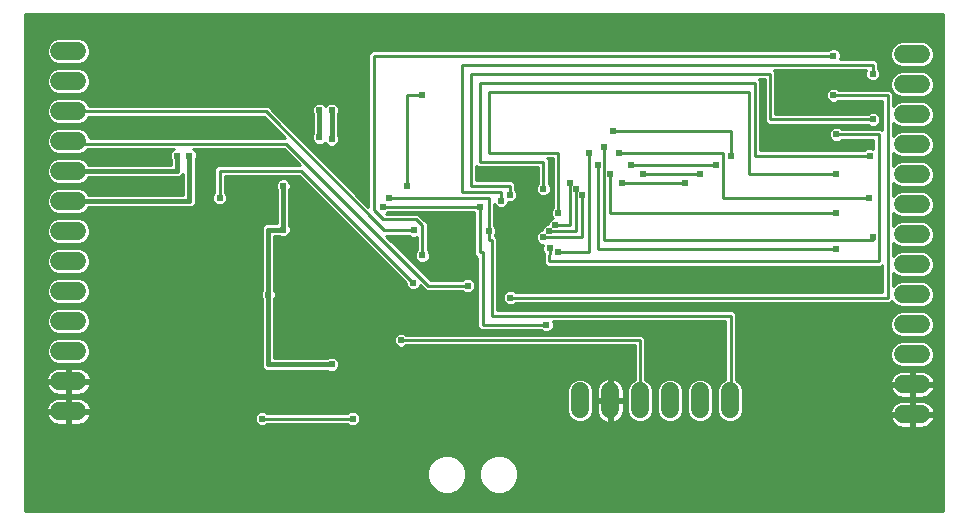
<source format=gbl>
G75*
G70*
%OFA0B0*%
%FSLAX24Y24*%
%IPPOS*%
%LPD*%
%AMOC8*
5,1,8,0,0,1.08239X$1,22.5*
%
%ADD10C,0.0600*%
%ADD11C,0.0100*%
%ADD12C,0.0239*%
%ADD13C,0.0160*%
D10*
X002200Y004452D02*
X002800Y004452D01*
X002800Y005452D02*
X002200Y005452D01*
X002200Y006452D02*
X002800Y006452D01*
X002800Y007452D02*
X002200Y007452D01*
X002200Y008452D02*
X002800Y008452D01*
X002800Y009452D02*
X002200Y009452D01*
X002200Y010452D02*
X002800Y010452D01*
X002800Y011452D02*
X002200Y011452D01*
X002200Y012452D02*
X002800Y012452D01*
X002800Y013452D02*
X002200Y013452D01*
X002200Y014452D02*
X002800Y014452D01*
X002800Y015452D02*
X002200Y015452D01*
X002200Y016452D02*
X002800Y016452D01*
X019552Y005108D02*
X019552Y004508D01*
X020552Y004508D02*
X020552Y005108D01*
X021552Y005108D02*
X021552Y004508D01*
X022552Y004508D02*
X022552Y005108D01*
X023552Y005108D02*
X023552Y004508D01*
X024552Y004508D02*
X024552Y005108D01*
X030319Y005351D02*
X030919Y005351D01*
X030919Y006351D02*
X030319Y006351D01*
X030319Y007351D02*
X030919Y007351D01*
X030919Y008351D02*
X030319Y008351D01*
X030319Y009351D02*
X030919Y009351D01*
X030919Y010351D02*
X030319Y010351D01*
X030319Y011351D02*
X030919Y011351D01*
X030919Y012351D02*
X030319Y012351D01*
X030319Y013351D02*
X030919Y013351D01*
X030919Y014351D02*
X030319Y014351D01*
X030319Y015351D02*
X030919Y015351D01*
X030919Y016351D02*
X030319Y016351D01*
X030319Y004351D02*
X030919Y004351D01*
D11*
X001035Y001125D02*
X001035Y017699D01*
X031643Y017699D01*
X031643Y001125D01*
X001035Y001125D01*
X001035Y001164D02*
X031643Y001164D01*
X031643Y001262D02*
X001035Y001262D01*
X001035Y001361D02*
X031643Y001361D01*
X031643Y001459D02*
X001035Y001459D01*
X001035Y001558D02*
X031643Y001558D01*
X031643Y001656D02*
X001035Y001656D01*
X001035Y001755D02*
X014849Y001755D01*
X014741Y001799D02*
X014979Y001701D01*
X015236Y001701D01*
X015474Y001799D01*
X015656Y001981D01*
X015754Y002219D01*
X015754Y002476D01*
X015656Y002714D01*
X015474Y002896D01*
X015236Y002995D01*
X014979Y002995D01*
X014741Y002896D01*
X014559Y002714D01*
X014461Y002476D01*
X014461Y002219D01*
X014559Y001981D01*
X014741Y001799D01*
X014687Y001853D02*
X001035Y001853D01*
X001035Y001952D02*
X014588Y001952D01*
X014530Y002050D02*
X001035Y002050D01*
X001035Y002149D02*
X014490Y002149D01*
X014461Y002247D02*
X001035Y002247D01*
X001035Y002346D02*
X014461Y002346D01*
X014461Y002445D02*
X001035Y002445D01*
X001035Y002543D02*
X014488Y002543D01*
X014529Y002642D02*
X001035Y002642D01*
X001035Y002740D02*
X014585Y002740D01*
X014684Y002839D02*
X001035Y002839D01*
X001035Y002937D02*
X014841Y002937D01*
X015374Y002937D02*
X016573Y002937D01*
X016473Y002896D02*
X016291Y002714D01*
X016193Y002476D01*
X016193Y002219D01*
X016291Y001981D01*
X016473Y001799D01*
X016711Y001701D01*
X016968Y001701D01*
X017206Y001799D01*
X017388Y001981D01*
X017486Y002219D01*
X017486Y002476D01*
X017388Y002714D01*
X017206Y002896D01*
X016968Y002995D01*
X016711Y002995D01*
X016473Y002896D01*
X016416Y002839D02*
X015531Y002839D01*
X015630Y002740D02*
X016317Y002740D01*
X016261Y002642D02*
X015686Y002642D01*
X015727Y002543D02*
X016221Y002543D01*
X016193Y002445D02*
X015754Y002445D01*
X015754Y002346D02*
X016193Y002346D01*
X016193Y002247D02*
X015754Y002247D01*
X015725Y002149D02*
X016222Y002149D01*
X016263Y002050D02*
X015684Y002050D01*
X015626Y001952D02*
X016321Y001952D01*
X016419Y001853D02*
X015528Y001853D01*
X015366Y001755D02*
X016581Y001755D01*
X017098Y001755D02*
X031643Y001755D01*
X031643Y001853D02*
X017260Y001853D01*
X017359Y001952D02*
X031643Y001952D01*
X031643Y002050D02*
X017417Y002050D01*
X017457Y002149D02*
X031643Y002149D01*
X031643Y002247D02*
X017486Y002247D01*
X017486Y002346D02*
X031643Y002346D01*
X031643Y002445D02*
X017486Y002445D01*
X017459Y002543D02*
X031643Y002543D01*
X031643Y002642D02*
X017418Y002642D01*
X017362Y002740D02*
X031643Y002740D01*
X031643Y002839D02*
X017263Y002839D01*
X017107Y002937D02*
X031643Y002937D01*
X031643Y003036D02*
X001035Y003036D01*
X001035Y003134D02*
X031643Y003134D01*
X031643Y003233D02*
X001035Y003233D01*
X001035Y003331D02*
X031643Y003331D01*
X031643Y003430D02*
X001035Y003430D01*
X001035Y003529D02*
X031643Y003529D01*
X031643Y003627D02*
X001035Y003627D01*
X001035Y003726D02*
X031643Y003726D01*
X031643Y003824D02*
X001035Y003824D01*
X001035Y003923D02*
X030181Y003923D01*
X030214Y003912D02*
X030284Y003901D01*
X030569Y003901D01*
X030569Y004301D01*
X029871Y004301D01*
X029880Y004245D01*
X029902Y004178D01*
X029934Y004115D01*
X029976Y004058D01*
X030026Y004008D01*
X030083Y003966D01*
X030146Y003934D01*
X030214Y003912D01*
X030012Y004021D02*
X012145Y004021D01*
X012115Y003991D02*
X012185Y004062D01*
X012223Y004153D01*
X012223Y004252D01*
X012185Y004344D01*
X012115Y004414D01*
X012023Y004452D01*
X011924Y004452D01*
X011832Y004414D01*
X011801Y004383D01*
X009123Y004383D01*
X009091Y004414D01*
X009000Y004452D01*
X008900Y004452D01*
X008809Y004414D01*
X008739Y004344D01*
X008701Y004252D01*
X008701Y004153D01*
X008739Y004062D01*
X008809Y003991D01*
X008900Y003953D01*
X009000Y003953D01*
X009091Y003991D01*
X009123Y004023D01*
X011801Y004023D01*
X011832Y003991D01*
X011924Y003953D01*
X012023Y003953D01*
X012115Y003991D01*
X012209Y004120D02*
X019365Y004120D01*
X019309Y004143D02*
X019467Y004078D01*
X019638Y004078D01*
X019796Y004143D01*
X019917Y004264D01*
X019982Y004422D01*
X019982Y005193D01*
X019917Y005351D01*
X019796Y005472D01*
X019638Y005538D01*
X019467Y005538D01*
X019309Y005472D01*
X019188Y005351D01*
X019122Y005193D01*
X019122Y004422D01*
X019188Y004264D01*
X019309Y004143D01*
X019233Y004218D02*
X012223Y004218D01*
X012196Y004317D02*
X019166Y004317D01*
X019125Y004415D02*
X012112Y004415D01*
X011974Y004203D02*
X008950Y004203D01*
X009121Y004021D02*
X011802Y004021D01*
X011835Y004415D02*
X009088Y004415D01*
X008812Y004415D02*
X002550Y004415D01*
X002550Y004402D02*
X002550Y004502D01*
X003247Y004502D01*
X003238Y004557D01*
X003217Y004624D01*
X003184Y004687D01*
X003143Y004745D01*
X003093Y004795D01*
X003035Y004836D01*
X002972Y004869D01*
X002905Y004891D01*
X002835Y004902D01*
X002549Y004902D01*
X002549Y004502D01*
X002450Y004502D01*
X002450Y004902D01*
X002164Y004902D01*
X002094Y004891D01*
X002027Y004869D01*
X001964Y004836D01*
X001906Y004795D01*
X001856Y004745D01*
X001815Y004687D01*
X001782Y004624D01*
X001761Y004557D01*
X001752Y004502D01*
X002449Y004502D01*
X002449Y004402D01*
X001752Y004402D01*
X001761Y004346D01*
X001782Y004279D01*
X001815Y004216D01*
X001856Y004159D01*
X001906Y004108D01*
X001964Y004067D01*
X002027Y004035D01*
X002094Y004013D01*
X002164Y004002D01*
X002450Y004002D01*
X002450Y004401D01*
X002549Y004401D01*
X002549Y004002D01*
X002835Y004002D01*
X002905Y004013D01*
X002972Y004035D01*
X003035Y004067D01*
X003093Y004108D01*
X003143Y004159D01*
X003184Y004216D01*
X003217Y004279D01*
X003238Y004346D01*
X003247Y004402D01*
X002550Y004402D01*
X002549Y004317D02*
X002450Y004317D01*
X002449Y004415D02*
X001035Y004415D01*
X001035Y004317D02*
X001770Y004317D01*
X001813Y004218D02*
X001035Y004218D01*
X001035Y004120D02*
X001895Y004120D01*
X002068Y004021D02*
X001035Y004021D01*
X001035Y004514D02*
X001754Y004514D01*
X001779Y004613D02*
X001035Y004613D01*
X001035Y004711D02*
X001832Y004711D01*
X001927Y004810D02*
X001035Y004810D01*
X001035Y004908D02*
X019122Y004908D01*
X019122Y004810D02*
X003072Y004810D01*
X003167Y004711D02*
X019122Y004711D01*
X019122Y004613D02*
X003220Y004613D01*
X003245Y004514D02*
X019122Y004514D01*
X019740Y004120D02*
X020322Y004120D01*
X020316Y004123D02*
X020380Y004091D01*
X020447Y004069D01*
X020502Y004060D01*
X020502Y004757D01*
X020602Y004757D01*
X020602Y004060D01*
X020658Y004069D01*
X020725Y004091D01*
X020788Y004123D01*
X020845Y004164D01*
X020896Y004214D01*
X020937Y004272D01*
X020969Y004335D01*
X020991Y004402D01*
X021002Y004472D01*
X021002Y004758D01*
X020602Y004758D01*
X020602Y004857D01*
X021002Y004857D01*
X021002Y005143D01*
X020991Y005213D01*
X020969Y005280D01*
X020937Y005343D01*
X020896Y005401D01*
X020845Y005451D01*
X020788Y005492D01*
X020725Y005525D01*
X020658Y005546D01*
X020602Y005555D01*
X020602Y004858D01*
X020502Y004858D01*
X020502Y005555D01*
X020447Y005546D01*
X020380Y005525D01*
X020316Y005492D01*
X020259Y005451D01*
X020209Y005401D01*
X019867Y005401D01*
X019937Y005302D02*
X020146Y005302D01*
X020135Y005280D02*
X020113Y005213D01*
X020102Y005143D01*
X020102Y004857D01*
X020502Y004857D01*
X020502Y004758D01*
X020102Y004758D01*
X020102Y004472D01*
X020113Y004402D01*
X020135Y004335D01*
X020167Y004272D01*
X020209Y004214D01*
X020259Y004164D01*
X020316Y004123D01*
X020206Y004218D02*
X019871Y004218D01*
X019939Y004317D02*
X020144Y004317D01*
X020111Y004415D02*
X019979Y004415D01*
X019982Y004514D02*
X020102Y004514D01*
X020102Y004613D02*
X019982Y004613D01*
X019982Y004711D02*
X020102Y004711D01*
X019982Y004810D02*
X020502Y004810D01*
X020502Y004908D02*
X020602Y004908D01*
X020602Y004810D02*
X021122Y004810D01*
X021122Y004908D02*
X021002Y004908D01*
X021002Y005007D02*
X021122Y005007D01*
X021122Y005105D02*
X021002Y005105D01*
X020993Y005204D02*
X021127Y005204D01*
X021122Y005193D02*
X021122Y004422D01*
X021188Y004264D01*
X021309Y004143D01*
X021467Y004078D01*
X021638Y004078D01*
X021796Y004143D01*
X021917Y004264D01*
X021982Y004422D01*
X021982Y005193D01*
X021917Y005351D01*
X021796Y005472D01*
X021732Y005498D01*
X021732Y006898D01*
X021627Y007003D01*
X021478Y007003D01*
X013759Y007003D01*
X013727Y007035D01*
X013636Y007073D01*
X013536Y007073D01*
X013445Y007035D01*
X013375Y006965D01*
X013337Y006873D01*
X013337Y006774D01*
X013375Y006682D01*
X009361Y006682D01*
X009361Y006780D02*
X013337Y006780D01*
X013339Y006879D02*
X009361Y006879D01*
X009361Y006978D02*
X013388Y006978D01*
X013586Y006823D02*
X021552Y006823D01*
X021552Y004808D01*
X021982Y004810D02*
X022122Y004810D01*
X022122Y004908D02*
X021982Y004908D01*
X021982Y005007D02*
X022122Y005007D01*
X022122Y005105D02*
X021982Y005105D01*
X021978Y005204D02*
X022127Y005204D01*
X022122Y005193D02*
X022122Y004422D01*
X022188Y004264D01*
X022309Y004143D01*
X022467Y004078D01*
X022638Y004078D01*
X022796Y004143D01*
X022917Y004264D01*
X022982Y004422D01*
X022982Y005193D01*
X022917Y005351D01*
X022796Y005472D01*
X022638Y005538D01*
X022467Y005538D01*
X022309Y005472D01*
X022188Y005351D01*
X022122Y005193D01*
X022168Y005302D02*
X021937Y005302D01*
X021867Y005401D02*
X022238Y005401D01*
X022375Y005499D02*
X021732Y005499D01*
X021732Y005598D02*
X024392Y005598D01*
X024392Y005507D02*
X024309Y005472D01*
X024188Y005351D01*
X024122Y005193D01*
X024122Y004422D01*
X024188Y004264D01*
X024309Y004143D01*
X024467Y004078D01*
X024638Y004078D01*
X024796Y004143D01*
X024917Y004264D01*
X024982Y004422D01*
X024982Y005193D01*
X024917Y005351D01*
X024796Y005472D01*
X024752Y005490D01*
X024752Y007555D01*
X024752Y007704D01*
X024646Y007810D01*
X016790Y007810D01*
X016790Y010075D01*
X016790Y010224D01*
X016712Y010302D01*
X016720Y010310D01*
X016758Y010402D01*
X016758Y010501D01*
X016720Y010593D01*
X016689Y010624D01*
X016689Y011347D01*
X016701Y011318D01*
X016771Y011248D01*
X016862Y011210D01*
X016962Y011210D01*
X017053Y011248D01*
X017124Y011318D01*
X017161Y011410D01*
X017161Y011413D01*
X017165Y011412D01*
X017264Y011412D01*
X017356Y011450D01*
X017426Y011520D01*
X017464Y011611D01*
X017464Y011711D01*
X017426Y011802D01*
X017394Y011834D01*
X017394Y012038D01*
X017289Y012143D01*
X017140Y012143D01*
X016084Y012143D01*
X016084Y012638D01*
X016132Y012590D01*
X018143Y012590D01*
X018143Y012035D01*
X018112Y012004D01*
X018074Y011912D01*
X018074Y011813D01*
X018112Y011721D01*
X018182Y011651D01*
X018274Y011613D01*
X018373Y011613D01*
X018464Y011651D01*
X018535Y011721D01*
X018572Y011813D01*
X018572Y011912D01*
X018535Y012004D01*
X018503Y012035D01*
X018503Y012695D01*
X018503Y012844D01*
X018455Y012892D01*
X018647Y012892D01*
X018647Y011229D01*
X018616Y011198D01*
X018578Y011106D01*
X018578Y011007D01*
X018616Y010915D01*
X018642Y010888D01*
X018585Y010865D01*
X018515Y010794D01*
X018477Y010703D01*
X018477Y010701D01*
X018475Y010701D01*
X018383Y010663D01*
X018313Y010593D01*
X018275Y010501D01*
X018275Y010499D01*
X018274Y010499D01*
X018182Y010461D01*
X018112Y010391D01*
X018074Y010300D01*
X018074Y010200D01*
X018112Y010109D01*
X018182Y010039D01*
X018274Y010001D01*
X018316Y010001D01*
X018288Y009934D01*
X018288Y009835D01*
X018326Y009743D01*
X018352Y009717D01*
X018347Y009520D01*
X018345Y009518D01*
X018345Y009446D01*
X018343Y009374D01*
X018345Y009372D01*
X018345Y009369D01*
X018396Y009318D01*
X018445Y009266D01*
X018448Y009266D01*
X018450Y009264D01*
X018522Y009264D01*
X018594Y009262D01*
X018596Y009264D01*
X029585Y009264D01*
X029633Y009312D01*
X029633Y008414D01*
X017400Y008414D01*
X017368Y008446D01*
X017277Y008484D01*
X017177Y008484D01*
X017086Y008446D01*
X017016Y008376D01*
X016978Y008284D01*
X016978Y008185D01*
X017016Y008093D01*
X017086Y008023D01*
X017177Y007985D01*
X017277Y007985D01*
X017368Y008023D01*
X017400Y008054D01*
X029887Y008054D01*
X029951Y008117D01*
X029955Y008107D01*
X030076Y007986D01*
X030234Y007921D01*
X031005Y007921D01*
X031163Y007986D01*
X031284Y008107D01*
X031349Y008265D01*
X031349Y008436D01*
X031284Y008594D01*
X031163Y008715D01*
X031005Y008781D01*
X030234Y008781D01*
X030076Y008715D01*
X029993Y008633D01*
X029993Y009069D01*
X030076Y008986D01*
X030234Y008921D01*
X031005Y008921D01*
X031163Y008986D01*
X031284Y009107D01*
X031349Y009265D01*
X031349Y009436D01*
X031284Y009594D01*
X031163Y009715D01*
X031005Y009781D01*
X030234Y009781D01*
X030076Y009715D01*
X029993Y009633D01*
X029993Y010069D01*
X030076Y009986D01*
X030234Y009921D01*
X031005Y009921D01*
X031163Y009986D01*
X031284Y010107D01*
X031349Y010265D01*
X031349Y010436D01*
X031284Y010594D01*
X031163Y010715D01*
X031005Y010781D01*
X030234Y010781D01*
X030076Y010715D01*
X029993Y010633D01*
X029993Y011069D01*
X030076Y010986D01*
X030234Y010921D01*
X031005Y010921D01*
X031163Y010986D01*
X031284Y011107D01*
X031349Y011265D01*
X031349Y011436D01*
X031284Y011594D01*
X031163Y011715D01*
X031005Y011781D01*
X030234Y011781D01*
X030076Y011715D01*
X029993Y011633D01*
X029993Y012069D01*
X030076Y011986D01*
X030234Y011921D01*
X031005Y011921D01*
X031163Y011986D01*
X031284Y012107D01*
X031349Y012265D01*
X031349Y012436D01*
X031284Y012594D01*
X031163Y012715D01*
X031005Y012781D01*
X030234Y012781D01*
X030076Y012715D01*
X029993Y012633D01*
X029993Y013069D01*
X030076Y012986D01*
X030234Y012921D01*
X031005Y012921D01*
X031163Y012986D01*
X031284Y013107D01*
X031349Y013265D01*
X031349Y013436D01*
X031284Y013594D01*
X031163Y013715D01*
X031005Y013781D01*
X030234Y013781D01*
X030076Y013715D01*
X029993Y013633D01*
X029993Y014069D01*
X030076Y013986D01*
X030234Y013921D01*
X031005Y013921D01*
X031163Y013986D01*
X031284Y014107D01*
X031349Y014265D01*
X031349Y014436D01*
X031284Y014594D01*
X031163Y014715D01*
X031005Y014781D01*
X030234Y014781D01*
X030076Y014715D01*
X029993Y014633D01*
X029993Y015062D01*
X029887Y015167D01*
X029738Y015167D01*
X028171Y015167D01*
X028140Y015198D01*
X028048Y015236D01*
X027949Y015236D01*
X027857Y015198D01*
X027787Y015128D01*
X027749Y015037D01*
X027749Y014937D01*
X027787Y014846D01*
X027857Y014776D01*
X027949Y014738D01*
X028048Y014738D01*
X028140Y014776D01*
X028171Y014807D01*
X029633Y014807D01*
X029633Y013809D01*
X029585Y013857D01*
X029436Y013857D01*
X028272Y013857D01*
X028241Y013888D01*
X028149Y013926D01*
X028050Y013926D01*
X027958Y013888D01*
X027888Y013818D01*
X027850Y013726D01*
X027850Y013627D01*
X027888Y013536D01*
X027958Y013465D01*
X028050Y013427D01*
X028149Y013427D01*
X028241Y013465D01*
X028272Y013497D01*
X029331Y013497D01*
X029331Y013191D01*
X029258Y013221D01*
X029159Y013221D01*
X029067Y013183D01*
X029036Y013151D01*
X025558Y013151D01*
X025558Y015316D01*
X025558Y015465D01*
X025510Y015513D01*
X025702Y015513D01*
X025702Y014106D01*
X025808Y014001D01*
X025957Y014001D01*
X029136Y014001D01*
X029168Y013969D01*
X029259Y013931D01*
X029359Y013931D01*
X029450Y013969D01*
X029520Y014040D01*
X029558Y014131D01*
X029558Y014230D01*
X029520Y014322D01*
X029450Y014392D01*
X029359Y014430D01*
X029259Y014430D01*
X029168Y014392D01*
X029136Y014361D01*
X026062Y014361D01*
X026062Y015618D01*
X026062Y015767D01*
X026014Y015815D01*
X029090Y015815D01*
X029060Y015742D01*
X029060Y015643D01*
X029098Y015551D01*
X026062Y015551D01*
X026062Y015649D02*
X029060Y015649D01*
X029062Y015748D02*
X026062Y015748D01*
X025882Y015693D02*
X015904Y015693D01*
X015904Y011963D01*
X017214Y011963D01*
X017214Y011661D01*
X017417Y011511D02*
X018647Y011511D01*
X018647Y011609D02*
X017463Y011609D01*
X017464Y011708D02*
X018126Y011708D01*
X018077Y011806D02*
X017422Y011806D01*
X017394Y011905D02*
X018074Y011905D01*
X018111Y012003D02*
X017394Y012003D01*
X017331Y012102D02*
X018143Y012102D01*
X018143Y012200D02*
X016084Y012200D01*
X016084Y012299D02*
X018143Y012299D01*
X018143Y012397D02*
X016084Y012397D01*
X016084Y012496D02*
X018143Y012496D01*
X018503Y012496D02*
X018647Y012496D01*
X018647Y012397D02*
X018503Y012397D01*
X018503Y012299D02*
X018647Y012299D01*
X018647Y012200D02*
X018503Y012200D01*
X018503Y012102D02*
X018647Y012102D01*
X018647Y012003D02*
X018535Y012003D01*
X018572Y011905D02*
X018647Y011905D01*
X018647Y011806D02*
X018570Y011806D01*
X018521Y011708D02*
X018647Y011708D01*
X018647Y011412D02*
X017265Y011412D01*
X017164Y011412D02*
X017161Y011412D01*
X017119Y011313D02*
X018647Y011313D01*
X018633Y011215D02*
X016973Y011215D01*
X016851Y011215D02*
X016689Y011215D01*
X016689Y011313D02*
X016706Y011313D01*
X016689Y011116D02*
X018582Y011116D01*
X018578Y011018D02*
X016689Y011018D01*
X016689Y010919D02*
X018614Y010919D01*
X018541Y010821D02*
X016689Y010821D01*
X016689Y010722D02*
X018485Y010722D01*
X018344Y010624D02*
X016690Y010624D01*
X016748Y010525D02*
X018285Y010525D01*
X018147Y010427D02*
X016758Y010427D01*
X016728Y010328D02*
X018086Y010328D01*
X018074Y010229D02*
X016784Y010229D01*
X016790Y010131D02*
X018103Y010131D01*
X018197Y010032D02*
X016790Y010032D01*
X016790Y009934D02*
X018288Y009934D01*
X018288Y009835D02*
X016790Y009835D01*
X016790Y009737D02*
X018332Y009737D01*
X018350Y009638D02*
X016790Y009638D01*
X016790Y009540D02*
X018347Y009540D01*
X018345Y009441D02*
X016790Y009441D01*
X016790Y009343D02*
X018371Y009343D01*
X018525Y009444D02*
X018537Y009884D01*
X018827Y009746D02*
X019835Y009746D01*
X019835Y013072D01*
X020339Y013274D02*
X020339Y010149D01*
X029309Y010149D01*
X029309Y010250D01*
X029993Y010032D02*
X030030Y010032D01*
X029993Y009934D02*
X030202Y009934D01*
X030127Y009737D02*
X029993Y009737D01*
X029993Y009835D02*
X031643Y009835D01*
X031643Y009737D02*
X031111Y009737D01*
X031240Y009638D02*
X031643Y009638D01*
X031643Y009540D02*
X031306Y009540D01*
X031347Y009441D02*
X031643Y009441D01*
X031643Y009343D02*
X031349Y009343D01*
X031340Y009244D02*
X031643Y009244D01*
X031643Y009146D02*
X031300Y009146D01*
X031223Y009047D02*
X031643Y009047D01*
X031643Y008948D02*
X031071Y008948D01*
X031076Y008751D02*
X031643Y008751D01*
X031643Y008653D02*
X031225Y008653D01*
X031300Y008554D02*
X031643Y008554D01*
X031643Y008456D02*
X031341Y008456D01*
X031349Y008357D02*
X031643Y008357D01*
X031643Y008259D02*
X031346Y008259D01*
X031306Y008160D02*
X031643Y008160D01*
X031643Y008062D02*
X031238Y008062D01*
X031106Y007963D02*
X031643Y007963D01*
X031643Y007864D02*
X016790Y007864D01*
X016790Y007963D02*
X030132Y007963D01*
X030000Y008062D02*
X029895Y008062D01*
X029813Y008234D02*
X017227Y008234D01*
X017047Y008062D02*
X016790Y008062D01*
X016790Y008160D02*
X016988Y008160D01*
X016978Y008259D02*
X016790Y008259D01*
X016790Y008357D02*
X017008Y008357D01*
X017110Y008456D02*
X016790Y008456D01*
X016790Y008554D02*
X029633Y008554D01*
X029633Y008456D02*
X017344Y008456D01*
X016790Y008653D02*
X029633Y008653D01*
X029633Y008751D02*
X016790Y008751D01*
X016790Y008850D02*
X029633Y008850D01*
X029633Y008948D02*
X016790Y008948D01*
X016790Y009047D02*
X029633Y009047D01*
X029633Y009146D02*
X016790Y009146D01*
X016790Y009244D02*
X029633Y009244D01*
X029511Y009444D02*
X018525Y009444D01*
X018323Y010250D02*
X019633Y010250D01*
X019633Y011661D01*
X019432Y011863D02*
X019432Y010452D01*
X018525Y010452D01*
X018726Y010653D02*
X019230Y010653D01*
X019230Y012064D01*
X018647Y012595D02*
X018503Y012595D01*
X018503Y012693D02*
X018647Y012693D01*
X018647Y012792D02*
X018503Y012792D01*
X018457Y012890D02*
X018647Y012890D01*
X018827Y013072D02*
X018827Y011056D01*
X018323Y011863D02*
X018323Y012770D01*
X016207Y012770D01*
X016207Y015390D01*
X025378Y015390D01*
X025378Y012971D01*
X029208Y012971D01*
X029074Y013186D02*
X025558Y013186D01*
X025558Y013284D02*
X029331Y013284D01*
X029331Y013383D02*
X025558Y013383D01*
X025558Y013481D02*
X027942Y013481D01*
X027870Y013580D02*
X025558Y013580D01*
X025558Y013679D02*
X027850Y013679D01*
X027871Y013777D02*
X025558Y013777D01*
X025558Y013876D02*
X027946Y013876D01*
X028253Y013876D02*
X029633Y013876D01*
X029633Y013974D02*
X029455Y013974D01*
X029534Y014073D02*
X029633Y014073D01*
X029633Y014171D02*
X029558Y014171D01*
X029542Y014270D02*
X029633Y014270D01*
X029633Y014368D02*
X029474Y014368D01*
X029633Y014467D02*
X026062Y014467D01*
X026062Y014565D02*
X029633Y014565D01*
X029633Y014664D02*
X026062Y014664D01*
X026062Y014762D02*
X027889Y014762D01*
X027781Y014861D02*
X026062Y014861D01*
X026062Y014960D02*
X027749Y014960D01*
X027758Y015058D02*
X026062Y015058D01*
X026062Y015157D02*
X027816Y015157D01*
X027999Y014987D02*
X029813Y014987D01*
X029813Y008234D01*
X029993Y008653D02*
X030013Y008653D01*
X029993Y008751D02*
X030163Y008751D01*
X029993Y008850D02*
X031643Y008850D01*
X030167Y008948D02*
X029993Y008948D01*
X029993Y009047D02*
X030015Y009047D01*
X029511Y009444D02*
X029511Y013677D01*
X028100Y013677D01*
X028257Y013481D02*
X029331Y013481D01*
X029993Y013679D02*
X030039Y013679D01*
X029993Y013777D02*
X030225Y013777D01*
X030105Y013974D02*
X029993Y013974D01*
X029993Y013876D02*
X031643Y013876D01*
X031643Y013974D02*
X031133Y013974D01*
X031249Y014073D02*
X031643Y014073D01*
X031643Y014171D02*
X031310Y014171D01*
X031349Y014270D02*
X031643Y014270D01*
X031643Y014368D02*
X031349Y014368D01*
X031337Y014467D02*
X031643Y014467D01*
X031643Y014565D02*
X031296Y014565D01*
X031214Y014664D02*
X031643Y014664D01*
X031643Y014762D02*
X031049Y014762D01*
X031005Y014921D02*
X031163Y014986D01*
X031284Y015107D01*
X031349Y015265D01*
X031349Y015436D01*
X031284Y015594D01*
X031163Y015715D01*
X031005Y015781D01*
X030234Y015781D01*
X030076Y015715D01*
X029955Y015594D01*
X029889Y015436D01*
X029889Y015265D01*
X029955Y015107D01*
X030076Y014986D01*
X030234Y014921D01*
X031005Y014921D01*
X031098Y014960D02*
X031643Y014960D01*
X031643Y015058D02*
X031235Y015058D01*
X031304Y015157D02*
X031643Y015157D01*
X031643Y015255D02*
X031345Y015255D01*
X031349Y015354D02*
X031643Y015354D01*
X031643Y015452D02*
X031343Y015452D01*
X031302Y015551D02*
X031643Y015551D01*
X031643Y015649D02*
X031229Y015649D01*
X031084Y015748D02*
X031643Y015748D01*
X031643Y015846D02*
X029508Y015846D01*
X029520Y015834D02*
X029489Y015865D01*
X029489Y016069D01*
X029384Y016175D01*
X029234Y016175D01*
X028218Y016175D01*
X028248Y016248D01*
X028248Y016347D01*
X028210Y016439D01*
X028140Y016509D01*
X028048Y016547D01*
X027949Y016547D01*
X027857Y016509D01*
X027826Y016477D01*
X012754Y016477D01*
X012604Y016477D01*
X012499Y016372D01*
X012499Y011268D01*
X009262Y014526D01*
X009262Y014526D01*
X009213Y014575D01*
X009157Y014631D01*
X009157Y014632D01*
X009083Y014632D01*
X009008Y014632D01*
X009008Y014632D01*
X003190Y014632D01*
X003164Y014695D01*
X003043Y014816D01*
X002885Y014882D01*
X002114Y014882D01*
X001956Y014816D01*
X001835Y014695D01*
X001770Y014537D01*
X001770Y014366D01*
X001835Y014208D01*
X001956Y014087D01*
X002114Y014022D01*
X002885Y014022D01*
X003043Y014087D01*
X003164Y014208D01*
X003190Y014272D01*
X009007Y014272D01*
X009720Y013554D01*
X003222Y013554D01*
X003164Y013695D01*
X003043Y013816D01*
X002885Y013882D01*
X002114Y013882D01*
X001956Y013816D01*
X001835Y013695D01*
X001770Y013537D01*
X001770Y013366D01*
X001835Y013208D01*
X001956Y013087D01*
X002114Y013022D01*
X002885Y013022D01*
X003043Y013087D01*
X003150Y013194D01*
X006015Y013194D01*
X005987Y013183D01*
X005916Y013113D01*
X005879Y013021D01*
X005879Y012922D01*
X005916Y012830D01*
X005918Y012829D01*
X005918Y012662D01*
X003178Y012662D01*
X003164Y012695D01*
X003043Y012816D01*
X002885Y012882D01*
X002114Y012882D01*
X001956Y012816D01*
X001835Y012695D01*
X001770Y012537D01*
X001770Y012366D01*
X001835Y012208D01*
X001956Y012087D01*
X002114Y012022D01*
X002885Y012022D01*
X003043Y012087D01*
X003164Y012208D01*
X003178Y012242D01*
X006041Y012242D01*
X006215Y012242D01*
X006321Y012348D01*
X006321Y011662D01*
X003178Y011662D01*
X003164Y011695D01*
X003043Y011816D01*
X002885Y011882D01*
X002114Y011882D01*
X001956Y011816D01*
X001835Y011695D01*
X001770Y011537D01*
X001770Y011366D01*
X001835Y011208D01*
X001956Y011087D01*
X002114Y011022D01*
X002885Y011022D01*
X003043Y011087D01*
X003164Y011208D01*
X003178Y011242D01*
X006444Y011242D01*
X006618Y011242D01*
X006741Y011365D01*
X006741Y012829D01*
X006742Y012830D01*
X006780Y012922D01*
X006780Y013021D01*
X006742Y013113D01*
X006672Y013183D01*
X006644Y013194D01*
X009682Y013194D01*
X010229Y012647D01*
X007464Y012647D01*
X007359Y012542D01*
X007359Y012393D01*
X007359Y011733D01*
X007327Y011702D01*
X007290Y011610D01*
X007290Y011511D01*
X007327Y011419D01*
X007398Y011349D01*
X007489Y011311D01*
X007589Y011311D01*
X007680Y011349D01*
X007750Y011419D01*
X007788Y011511D01*
X007788Y011610D01*
X007750Y011702D01*
X007719Y011733D01*
X007719Y012287D01*
X010186Y012287D01*
X013740Y008733D01*
X013740Y008689D01*
X013778Y008597D01*
X013848Y008527D01*
X013940Y008489D01*
X014039Y008489D01*
X014131Y008527D01*
X014201Y008597D01*
X014224Y008653D01*
X014419Y008457D01*
X014568Y008457D01*
X015631Y008457D01*
X015662Y008426D01*
X015754Y008388D01*
X015853Y008388D01*
X015945Y008426D01*
X016015Y008496D01*
X016053Y008588D01*
X016053Y008687D01*
X016015Y008779D01*
X015945Y008849D01*
X015853Y008887D01*
X015754Y008887D01*
X015662Y008849D01*
X015631Y008817D01*
X014568Y008817D01*
X013089Y010296D01*
X013106Y010296D01*
X013106Y010297D01*
X013842Y010297D01*
X013873Y010265D01*
X013965Y010227D01*
X014064Y010227D01*
X014112Y010247D01*
X014112Y009818D01*
X014080Y009787D01*
X014042Y009695D01*
X014042Y009596D01*
X014080Y009504D01*
X014150Y009434D01*
X014242Y009396D01*
X014341Y009396D01*
X014433Y009434D01*
X014503Y009504D01*
X014541Y009596D01*
X014541Y009695D01*
X014503Y009787D01*
X014472Y009818D01*
X014472Y010728D01*
X014366Y010833D01*
X014165Y011035D01*
X014016Y011035D01*
X013094Y011035D01*
X013123Y011047D01*
X013154Y011078D01*
X016027Y011078D01*
X016027Y009821D01*
X016027Y009672D01*
X016127Y009571D01*
X016127Y007253D01*
X016233Y007147D01*
X016382Y007147D01*
X018251Y007147D01*
X018283Y007116D01*
X018374Y007078D01*
X018474Y007078D01*
X018565Y007116D01*
X018635Y007186D01*
X018673Y007278D01*
X018673Y007377D01*
X018643Y007450D01*
X024392Y007450D01*
X024392Y005507D01*
X024375Y005499D02*
X023730Y005499D01*
X023796Y005472D02*
X023638Y005538D01*
X023467Y005538D01*
X023309Y005472D01*
X023188Y005351D01*
X023122Y005193D01*
X023122Y004422D01*
X023188Y004264D01*
X023309Y004143D01*
X023467Y004078D01*
X023638Y004078D01*
X023796Y004143D01*
X023917Y004264D01*
X023982Y004422D01*
X023982Y005193D01*
X023917Y005351D01*
X023796Y005472D01*
X023867Y005401D02*
X024238Y005401D01*
X024168Y005302D02*
X023937Y005302D01*
X023978Y005204D02*
X024127Y005204D01*
X024122Y005105D02*
X023982Y005105D01*
X023982Y005007D02*
X024122Y005007D01*
X024122Y004908D02*
X023982Y004908D01*
X023982Y004810D02*
X024122Y004810D01*
X024122Y004711D02*
X023982Y004711D01*
X023982Y004613D02*
X024122Y004613D01*
X024122Y004514D02*
X023982Y004514D01*
X023979Y004415D02*
X024125Y004415D01*
X024166Y004317D02*
X023939Y004317D01*
X023871Y004218D02*
X024233Y004218D01*
X024365Y004120D02*
X023740Y004120D01*
X023365Y004120D02*
X022740Y004120D01*
X022871Y004218D02*
X023233Y004218D01*
X023166Y004317D02*
X022939Y004317D01*
X022979Y004415D02*
X023125Y004415D01*
X023122Y004514D02*
X022982Y004514D01*
X022982Y004613D02*
X023122Y004613D01*
X023122Y004711D02*
X022982Y004711D01*
X022982Y004810D02*
X023122Y004810D01*
X023122Y004908D02*
X022982Y004908D01*
X022982Y005007D02*
X023122Y005007D01*
X023122Y005105D02*
X022982Y005105D01*
X022978Y005204D02*
X023127Y005204D01*
X023168Y005302D02*
X022937Y005302D01*
X022867Y005401D02*
X023238Y005401D01*
X023375Y005499D02*
X022730Y005499D01*
X021732Y005696D02*
X024392Y005696D01*
X024392Y005795D02*
X021732Y005795D01*
X021732Y005894D02*
X024392Y005894D01*
X024392Y005992D02*
X021732Y005992D01*
X021732Y006091D02*
X024392Y006091D01*
X024392Y006189D02*
X021732Y006189D01*
X021732Y006288D02*
X024392Y006288D01*
X024392Y006386D02*
X021732Y006386D01*
X021732Y006485D02*
X024392Y006485D01*
X024392Y006583D02*
X021732Y006583D01*
X021732Y006682D02*
X024392Y006682D01*
X024392Y006780D02*
X021732Y006780D01*
X021732Y006879D02*
X024392Y006879D01*
X024392Y006978D02*
X021653Y006978D01*
X021372Y006643D02*
X021372Y005498D01*
X021309Y005472D01*
X021188Y005351D01*
X021122Y005193D01*
X021168Y005302D02*
X020958Y005302D01*
X020895Y005401D02*
X021238Y005401D01*
X021372Y005499D02*
X020774Y005499D01*
X020602Y005499D02*
X020502Y005499D01*
X020502Y005401D02*
X020602Y005401D01*
X020602Y005302D02*
X020502Y005302D01*
X020502Y005204D02*
X020602Y005204D01*
X020602Y005105D02*
X020502Y005105D01*
X020502Y005007D02*
X020602Y005007D01*
X020102Y005007D02*
X019982Y005007D01*
X019982Y005105D02*
X020102Y005105D01*
X020112Y005204D02*
X019978Y005204D01*
X020135Y005280D02*
X020167Y005343D01*
X020209Y005401D01*
X020330Y005499D02*
X019730Y005499D01*
X019375Y005499D02*
X002550Y005499D01*
X002550Y005502D02*
X003247Y005502D01*
X003238Y005557D01*
X003217Y005624D01*
X003184Y005687D01*
X003143Y005745D01*
X003093Y005795D01*
X003035Y005836D01*
X002972Y005869D01*
X002905Y005891D01*
X002835Y005902D01*
X002549Y005902D01*
X002549Y005502D01*
X002450Y005502D01*
X002450Y005902D01*
X002164Y005902D01*
X002094Y005891D01*
X002027Y005869D01*
X001964Y005836D01*
X001906Y005795D01*
X001856Y005745D01*
X001815Y005687D01*
X001782Y005624D01*
X001761Y005557D01*
X001752Y005502D01*
X002449Y005502D01*
X002449Y005402D01*
X001752Y005402D01*
X001761Y005346D01*
X001782Y005279D01*
X001815Y005216D01*
X001856Y005159D01*
X001906Y005108D01*
X001964Y005067D01*
X002027Y005035D01*
X002094Y005013D01*
X002164Y005002D01*
X002450Y005002D01*
X002450Y005401D01*
X002549Y005401D01*
X002549Y005002D01*
X002835Y005002D01*
X002905Y005013D01*
X002972Y005035D01*
X003035Y005067D01*
X003093Y005108D01*
X003143Y005159D01*
X003184Y005216D01*
X003217Y005279D01*
X003238Y005346D01*
X003247Y005402D01*
X002550Y005402D01*
X002550Y005502D01*
X002549Y005598D02*
X002450Y005598D01*
X002450Y005696D02*
X002549Y005696D01*
X002549Y005795D02*
X002450Y005795D01*
X002450Y005894D02*
X002549Y005894D01*
X002886Y005894D02*
X008978Y005894D01*
X008941Y005930D02*
X009064Y005807D01*
X009238Y005807D01*
X011125Y005807D01*
X011127Y005806D01*
X011218Y005768D01*
X011318Y005768D01*
X011409Y005806D01*
X011479Y005876D01*
X011517Y005967D01*
X011517Y006067D01*
X011479Y006158D01*
X011409Y006228D01*
X011318Y006266D01*
X011218Y006266D01*
X011127Y006228D01*
X011125Y006227D01*
X009361Y006227D01*
X009361Y008192D01*
X009363Y008194D01*
X009401Y008285D01*
X009401Y008385D01*
X009363Y008476D01*
X009361Y008478D01*
X009361Y010292D01*
X009513Y010292D01*
X009514Y010290D01*
X009606Y010252D01*
X009705Y010252D01*
X009797Y010290D01*
X009867Y010360D01*
X009905Y010452D01*
X009905Y010551D01*
X009867Y010643D01*
X009865Y010644D01*
X009865Y011821D01*
X009867Y011822D01*
X009905Y011914D01*
X009905Y012013D01*
X009867Y012105D01*
X009797Y012175D01*
X009705Y012213D01*
X009606Y012213D01*
X009514Y012175D01*
X009444Y012105D01*
X009406Y012013D01*
X009406Y011914D01*
X009444Y011822D01*
X009445Y011821D01*
X009445Y010712D01*
X009238Y010712D01*
X009064Y010712D01*
X008941Y010589D01*
X008941Y008478D01*
X008940Y008476D01*
X008902Y008385D01*
X008902Y008285D01*
X008940Y008194D01*
X008941Y008192D01*
X008941Y005930D01*
X008941Y005992D02*
X001035Y005992D01*
X001035Y005894D02*
X002113Y005894D01*
X002114Y006022D02*
X001956Y006087D01*
X001835Y006208D01*
X001770Y006366D01*
X001770Y006537D01*
X001835Y006695D01*
X001956Y006816D01*
X002114Y006882D01*
X002885Y006882D01*
X003043Y006816D01*
X003164Y006695D01*
X003229Y006537D01*
X003229Y006366D01*
X003164Y006208D01*
X003043Y006087D01*
X002885Y006022D01*
X002114Y006022D01*
X001952Y006091D02*
X001035Y006091D01*
X001035Y006189D02*
X001854Y006189D01*
X001802Y006288D02*
X001035Y006288D01*
X001035Y006386D02*
X001770Y006386D01*
X001770Y006485D02*
X001035Y006485D01*
X001035Y006583D02*
X001789Y006583D01*
X001830Y006682D02*
X001035Y006682D01*
X001035Y006780D02*
X001920Y006780D01*
X002108Y006879D02*
X001035Y006879D01*
X001035Y006978D02*
X008941Y006978D01*
X008941Y007076D02*
X003016Y007076D01*
X003043Y007087D02*
X003164Y007208D01*
X003229Y007366D01*
X003229Y007537D01*
X003164Y007695D01*
X003043Y007816D01*
X002885Y007882D01*
X002114Y007882D01*
X001956Y007816D01*
X001835Y007695D01*
X001770Y007537D01*
X001770Y007366D01*
X001835Y007208D01*
X001956Y007087D01*
X002114Y007022D01*
X002885Y007022D01*
X003043Y007087D01*
X003131Y007175D02*
X008941Y007175D01*
X008941Y007273D02*
X003191Y007273D01*
X003229Y007372D02*
X008941Y007372D01*
X008941Y007470D02*
X003229Y007470D01*
X003216Y007569D02*
X008941Y007569D01*
X008941Y007667D02*
X003176Y007667D01*
X003093Y007766D02*
X008941Y007766D01*
X008941Y007864D02*
X002926Y007864D01*
X002885Y008022D02*
X003043Y008087D01*
X003164Y008208D01*
X003229Y008366D01*
X003229Y008537D01*
X003164Y008695D01*
X003043Y008816D01*
X002885Y008882D01*
X002114Y008882D01*
X001956Y008816D01*
X001835Y008695D01*
X001770Y008537D01*
X001770Y008366D01*
X001835Y008208D01*
X001956Y008087D01*
X002114Y008022D01*
X002885Y008022D01*
X002981Y008062D02*
X008941Y008062D01*
X008941Y008160D02*
X003116Y008160D01*
X003185Y008259D02*
X008913Y008259D01*
X008902Y008357D02*
X003226Y008357D01*
X003229Y008456D02*
X008932Y008456D01*
X008941Y008554D02*
X003222Y008554D01*
X003182Y008653D02*
X008941Y008653D01*
X008941Y008751D02*
X003108Y008751D01*
X002962Y008850D02*
X008941Y008850D01*
X008941Y008948D02*
X001035Y008948D01*
X001035Y008850D02*
X002037Y008850D01*
X001891Y008751D02*
X001035Y008751D01*
X001035Y008653D02*
X001817Y008653D01*
X001777Y008554D02*
X001035Y008554D01*
X001035Y008456D02*
X001770Y008456D01*
X001773Y008357D02*
X001035Y008357D01*
X001035Y008259D02*
X001814Y008259D01*
X001883Y008160D02*
X001035Y008160D01*
X001035Y008062D02*
X002018Y008062D01*
X002073Y007864D02*
X001035Y007864D01*
X001035Y007766D02*
X001906Y007766D01*
X001824Y007667D02*
X001035Y007667D01*
X001035Y007569D02*
X001783Y007569D01*
X001770Y007470D02*
X001035Y007470D01*
X001035Y007372D02*
X001770Y007372D01*
X001808Y007273D02*
X001035Y007273D01*
X001035Y007175D02*
X001868Y007175D01*
X001983Y007076D02*
X001035Y007076D01*
X001035Y007963D02*
X008941Y007963D01*
X009361Y007963D02*
X016127Y007963D01*
X016127Y007864D02*
X009361Y007864D01*
X009361Y007766D02*
X016127Y007766D01*
X016127Y007667D02*
X009361Y007667D01*
X009361Y007569D02*
X016127Y007569D01*
X016127Y007470D02*
X009361Y007470D01*
X009361Y007372D02*
X016127Y007372D01*
X016127Y007273D02*
X009361Y007273D01*
X009361Y007175D02*
X016205Y007175D01*
X016307Y007327D02*
X016307Y009746D01*
X016207Y009746D01*
X016207Y011258D01*
X012981Y011258D01*
X012679Y011157D02*
X012981Y010855D01*
X014090Y010855D01*
X014292Y010653D01*
X014292Y009645D01*
X014541Y009638D02*
X016060Y009638D01*
X016027Y009737D02*
X014524Y009737D01*
X014472Y009835D02*
X016027Y009835D01*
X016027Y009934D02*
X014472Y009934D01*
X014472Y010032D02*
X016027Y010032D01*
X016027Y010131D02*
X014472Y010131D01*
X014472Y010229D02*
X016027Y010229D01*
X016027Y010328D02*
X014472Y010328D01*
X014472Y010427D02*
X016027Y010427D01*
X016027Y010525D02*
X014472Y010525D01*
X014472Y010624D02*
X016027Y010624D01*
X016027Y010722D02*
X014472Y010722D01*
X014379Y010821D02*
X016027Y010821D01*
X016027Y010919D02*
X014280Y010919D01*
X014182Y011018D02*
X016027Y011018D01*
X016509Y011560D02*
X016509Y010452D01*
X016509Y010149D01*
X016610Y010149D01*
X016610Y007630D01*
X024572Y007630D01*
X024572Y004808D01*
X024552Y004808D01*
X024982Y004810D02*
X031643Y004810D01*
X031643Y004908D02*
X031001Y004908D01*
X031025Y004912D02*
X030955Y004901D01*
X030669Y004901D01*
X030669Y005301D01*
X030569Y005301D01*
X029871Y005301D01*
X029880Y005245D01*
X029902Y005178D01*
X029934Y005115D01*
X029976Y005058D01*
X030026Y005008D01*
X030083Y004966D01*
X030146Y004934D01*
X030214Y004912D01*
X030284Y004901D01*
X030569Y004901D01*
X030569Y005301D01*
X030569Y005401D01*
X030569Y005801D01*
X030284Y005801D01*
X030214Y005790D01*
X030146Y005768D01*
X030083Y005736D01*
X030026Y005694D01*
X029976Y005644D01*
X029934Y005587D01*
X029902Y005524D01*
X029880Y005456D01*
X029871Y005401D01*
X030569Y005401D01*
X030669Y005401D01*
X030669Y005801D01*
X030955Y005801D01*
X031025Y005790D01*
X031092Y005768D01*
X031155Y005736D01*
X031212Y005694D01*
X031262Y005644D01*
X031304Y005587D01*
X031336Y005524D01*
X031358Y005456D01*
X031367Y005401D01*
X031643Y005401D01*
X031643Y005499D02*
X031344Y005499D01*
X031367Y005401D02*
X030669Y005401D01*
X030669Y005301D01*
X031367Y005301D01*
X031358Y005245D01*
X031336Y005178D01*
X031304Y005115D01*
X031262Y005058D01*
X031212Y005008D01*
X031155Y004966D01*
X031092Y004934D01*
X031025Y004912D01*
X031025Y004790D02*
X030955Y004801D01*
X030669Y004801D01*
X030669Y004401D01*
X030569Y004401D01*
X030569Y004801D01*
X030284Y004801D01*
X030214Y004790D01*
X030146Y004768D01*
X030083Y004736D01*
X030026Y004694D01*
X029976Y004644D01*
X029934Y004587D01*
X029902Y004524D01*
X029880Y004456D01*
X029871Y004401D01*
X030569Y004401D01*
X030569Y004301D01*
X030669Y004301D01*
X030669Y003901D01*
X030955Y003901D01*
X031025Y003912D01*
X031092Y003934D01*
X031155Y003966D01*
X031212Y004008D01*
X031262Y004058D01*
X031304Y004115D01*
X031336Y004178D01*
X031358Y004245D01*
X031367Y004301D01*
X030669Y004301D01*
X030669Y004401D01*
X031367Y004401D01*
X031358Y004456D01*
X031336Y004524D01*
X031304Y004587D01*
X031262Y004644D01*
X031212Y004694D01*
X031155Y004736D01*
X031092Y004768D01*
X031025Y004790D01*
X031189Y004711D02*
X031643Y004711D01*
X031643Y004613D02*
X031285Y004613D01*
X031339Y004514D02*
X031643Y004514D01*
X031643Y004415D02*
X031365Y004415D01*
X031349Y004218D02*
X031643Y004218D01*
X031643Y004120D02*
X031306Y004120D01*
X031226Y004021D02*
X031643Y004021D01*
X031643Y003923D02*
X031058Y003923D01*
X030669Y003923D02*
X030569Y003923D01*
X030569Y004021D02*
X030669Y004021D01*
X030669Y004120D02*
X030569Y004120D01*
X030569Y004218D02*
X030669Y004218D01*
X030669Y004317D02*
X031643Y004317D01*
X030669Y004415D02*
X030569Y004415D01*
X030569Y004317D02*
X024939Y004317D01*
X024979Y004415D02*
X029874Y004415D01*
X029899Y004514D02*
X024982Y004514D01*
X024982Y004613D02*
X029953Y004613D01*
X030049Y004711D02*
X024982Y004711D01*
X024982Y004908D02*
X030238Y004908D01*
X030027Y005007D02*
X024982Y005007D01*
X024982Y005105D02*
X029941Y005105D01*
X029894Y005204D02*
X024978Y005204D01*
X024937Y005302D02*
X030569Y005302D01*
X030569Y005204D02*
X030669Y005204D01*
X030669Y005302D02*
X031643Y005302D01*
X031643Y005204D02*
X031345Y005204D01*
X031297Y005105D02*
X031643Y005105D01*
X031643Y005007D02*
X031211Y005007D01*
X030669Y005007D02*
X030569Y005007D01*
X030569Y005105D02*
X030669Y005105D01*
X030669Y004908D02*
X030569Y004908D01*
X030569Y004711D02*
X030669Y004711D01*
X030669Y004613D02*
X030569Y004613D01*
X030569Y004514D02*
X030669Y004514D01*
X029889Y004218D02*
X024871Y004218D01*
X024740Y004120D02*
X029932Y004120D01*
X029872Y005401D02*
X024867Y005401D01*
X024752Y005499D02*
X029894Y005499D01*
X029943Y005598D02*
X024752Y005598D01*
X024752Y005696D02*
X030029Y005696D01*
X030247Y005795D02*
X024752Y005795D01*
X024752Y005894D02*
X031643Y005894D01*
X031643Y005992D02*
X031169Y005992D01*
X031163Y005986D02*
X031284Y006107D01*
X031349Y006265D01*
X031349Y006436D01*
X031284Y006594D01*
X031163Y006715D01*
X031005Y006781D01*
X030234Y006781D01*
X030076Y006715D01*
X029955Y006594D01*
X029889Y006436D01*
X029889Y006265D01*
X029955Y006107D01*
X030076Y005986D01*
X030234Y005921D01*
X031005Y005921D01*
X031163Y005986D01*
X031267Y006091D02*
X031643Y006091D01*
X031643Y006189D02*
X031318Y006189D01*
X031349Y006288D02*
X031643Y006288D01*
X031643Y006386D02*
X031349Y006386D01*
X031329Y006485D02*
X031643Y006485D01*
X031643Y006583D02*
X031288Y006583D01*
X031196Y006682D02*
X031643Y006682D01*
X031643Y006780D02*
X031006Y006780D01*
X031005Y006921D02*
X031163Y006986D01*
X031284Y007107D01*
X031349Y007265D01*
X031349Y007436D01*
X031284Y007594D01*
X031163Y007715D01*
X031005Y007781D01*
X030234Y007781D01*
X030076Y007715D01*
X029955Y007594D01*
X029889Y007436D01*
X029889Y007265D01*
X029955Y007107D01*
X030076Y006986D01*
X030234Y006921D01*
X031005Y006921D01*
X031142Y006978D02*
X031643Y006978D01*
X031643Y007076D02*
X031253Y007076D01*
X031312Y007175D02*
X031643Y007175D01*
X031643Y007273D02*
X031349Y007273D01*
X031349Y007372D02*
X031643Y007372D01*
X031643Y007470D02*
X031335Y007470D01*
X031294Y007569D02*
X031643Y007569D01*
X031643Y007667D02*
X031211Y007667D01*
X031041Y007766D02*
X031643Y007766D01*
X031643Y006879D02*
X024752Y006879D01*
X024752Y006978D02*
X030097Y006978D01*
X029986Y007076D02*
X024752Y007076D01*
X024752Y007175D02*
X029927Y007175D01*
X029889Y007273D02*
X024752Y007273D01*
X024752Y007372D02*
X029889Y007372D01*
X029903Y007470D02*
X024752Y007470D01*
X024752Y007569D02*
X029944Y007569D01*
X030028Y007667D02*
X024752Y007667D01*
X024690Y007766D02*
X030198Y007766D01*
X030233Y006780D02*
X024752Y006780D01*
X024752Y006682D02*
X030042Y006682D01*
X029950Y006583D02*
X024752Y006583D01*
X024752Y006485D02*
X029909Y006485D01*
X029889Y006386D02*
X024752Y006386D01*
X024752Y006288D02*
X029889Y006288D01*
X029921Y006189D02*
X024752Y006189D01*
X024752Y006091D02*
X029971Y006091D01*
X030070Y005992D02*
X024752Y005992D01*
X024392Y007076D02*
X009361Y007076D01*
X008941Y006879D02*
X002891Y006879D01*
X003079Y006780D02*
X008941Y006780D01*
X008941Y006682D02*
X003170Y006682D01*
X003210Y006583D02*
X008941Y006583D01*
X008941Y006485D02*
X003229Y006485D01*
X003229Y006386D02*
X008941Y006386D01*
X008941Y006288D02*
X003197Y006288D01*
X003145Y006189D02*
X008941Y006189D01*
X008941Y006091D02*
X003047Y006091D01*
X003092Y005795D02*
X011152Y005795D01*
X011384Y005795D02*
X021372Y005795D01*
X021372Y005696D02*
X003178Y005696D01*
X003225Y005598D02*
X021372Y005598D01*
X021372Y005894D02*
X011487Y005894D01*
X011517Y005992D02*
X021372Y005992D01*
X021372Y006091D02*
X011507Y006091D01*
X011448Y006189D02*
X021372Y006189D01*
X021372Y006288D02*
X009361Y006288D01*
X009361Y006386D02*
X021372Y006386D01*
X021372Y006485D02*
X009361Y006485D01*
X009361Y006583D02*
X013514Y006583D01*
X013536Y006574D02*
X013636Y006574D01*
X013727Y006612D01*
X013759Y006643D01*
X021372Y006643D01*
X021372Y006583D02*
X013659Y006583D01*
X013536Y006574D02*
X013445Y006612D01*
X013375Y006682D01*
X016307Y007327D02*
X018424Y007327D01*
X018624Y007175D02*
X024392Y007175D01*
X024392Y007273D02*
X018671Y007273D01*
X018673Y007372D02*
X024392Y007372D01*
X028100Y009847D02*
X020137Y009847D01*
X020137Y012669D01*
X020540Y012367D02*
X020540Y011056D01*
X028100Y011056D01*
X029173Y011561D02*
X024320Y011561D01*
X024320Y013073D01*
X020843Y013072D01*
X021246Y012669D02*
X024068Y012669D01*
X023564Y012367D02*
X021649Y012367D01*
X020944Y012064D02*
X023060Y012064D01*
X024572Y012971D02*
X024572Y013778D01*
X020641Y013778D01*
X018827Y013072D02*
X016509Y013072D01*
X016509Y015088D01*
X025177Y015088D01*
X025177Y012367D01*
X028100Y012367D01*
X029993Y012693D02*
X030053Y012693D01*
X029993Y012792D02*
X031643Y012792D01*
X031643Y012890D02*
X029993Y012890D01*
X029993Y012989D02*
X030073Y012989D01*
X031165Y012989D02*
X031643Y012989D01*
X031643Y013087D02*
X031264Y013087D01*
X031316Y013186D02*
X031643Y013186D01*
X031643Y013284D02*
X031349Y013284D01*
X031349Y013383D02*
X031643Y013383D01*
X031643Y013481D02*
X031331Y013481D01*
X031290Y013580D02*
X031643Y013580D01*
X031643Y013679D02*
X031200Y013679D01*
X031014Y013777D02*
X031643Y013777D01*
X030189Y014762D02*
X029993Y014762D01*
X029993Y014664D02*
X030024Y014664D01*
X029993Y014861D02*
X031643Y014861D01*
X030140Y014960D02*
X029993Y014960D01*
X029993Y015058D02*
X030004Y015058D01*
X029934Y015157D02*
X029898Y015157D01*
X029893Y015255D02*
X026062Y015255D01*
X026062Y015354D02*
X029889Y015354D01*
X029896Y015452D02*
X029380Y015452D01*
X029359Y015443D02*
X029450Y015481D01*
X029520Y015551D01*
X029937Y015551D01*
X030010Y015649D02*
X029558Y015649D01*
X029558Y015643D02*
X029558Y015742D01*
X029520Y015834D01*
X029556Y015748D02*
X030154Y015748D01*
X030234Y015921D02*
X030076Y015986D01*
X029955Y016107D01*
X029889Y016265D01*
X029889Y016436D01*
X029955Y016594D01*
X030076Y016715D01*
X030234Y016781D01*
X031005Y016781D01*
X031163Y016715D01*
X031284Y016594D01*
X031349Y016436D01*
X031349Y016265D01*
X031284Y016107D01*
X031163Y015986D01*
X031005Y015921D01*
X030234Y015921D01*
X030175Y015945D02*
X029489Y015945D01*
X029489Y016044D02*
X030018Y016044D01*
X029940Y016142D02*
X029416Y016142D01*
X029309Y015995D02*
X029309Y015693D01*
X029237Y015452D02*
X026062Y015452D01*
X025882Y015693D02*
X025882Y014181D01*
X029309Y014181D01*
X029144Y014368D02*
X026062Y014368D01*
X025702Y014368D02*
X025558Y014368D01*
X025558Y014270D02*
X025702Y014270D01*
X025702Y014171D02*
X025558Y014171D01*
X025558Y014073D02*
X025736Y014073D01*
X025558Y013974D02*
X029163Y013974D01*
X029633Y014762D02*
X028108Y014762D01*
X029098Y015551D02*
X029168Y015481D01*
X029259Y015443D01*
X029359Y015443D01*
X029520Y015551D02*
X029558Y015643D01*
X029309Y015995D02*
X015602Y015995D01*
X015602Y011762D01*
X016912Y011762D01*
X016912Y011460D01*
X016509Y011560D02*
X013183Y011560D01*
X012679Y011157D02*
X012679Y016297D01*
X027999Y016297D01*
X028245Y016241D02*
X029899Y016241D01*
X029889Y016339D02*
X028248Y016339D01*
X028210Y016438D02*
X029890Y016438D01*
X029931Y016536D02*
X028073Y016536D01*
X027924Y016536D02*
X003229Y016536D01*
X003229Y016537D02*
X003164Y016695D01*
X003043Y016816D01*
X002885Y016882D01*
X002114Y016882D01*
X001956Y016816D01*
X001835Y016695D01*
X001770Y016537D01*
X001770Y016366D01*
X001835Y016208D01*
X001956Y016087D01*
X002114Y016022D01*
X002885Y016022D01*
X003043Y016087D01*
X003164Y016208D01*
X003229Y016366D01*
X003229Y016537D01*
X003229Y016438D02*
X012565Y016438D01*
X012499Y016339D02*
X003218Y016339D01*
X003177Y016241D02*
X012499Y016241D01*
X012499Y016142D02*
X003098Y016142D01*
X002938Y016044D02*
X012499Y016044D01*
X012499Y015945D02*
X001035Y015945D01*
X001035Y015846D02*
X002029Y015846D01*
X001956Y015816D02*
X002114Y015882D01*
X002885Y015882D01*
X003043Y015816D01*
X003164Y015695D01*
X003229Y015537D01*
X003229Y015366D01*
X003164Y015208D01*
X003043Y015087D01*
X002885Y015022D01*
X002114Y015022D01*
X001956Y015087D01*
X001835Y015208D01*
X001770Y015366D01*
X001770Y015537D01*
X001835Y015695D01*
X001956Y015816D01*
X001888Y015748D02*
X001035Y015748D01*
X001035Y015649D02*
X001816Y015649D01*
X001775Y015551D02*
X001035Y015551D01*
X001035Y015452D02*
X001770Y015452D01*
X001775Y015354D02*
X001035Y015354D01*
X001035Y015255D02*
X001815Y015255D01*
X001886Y015157D02*
X001035Y015157D01*
X001035Y015058D02*
X002026Y015058D01*
X002064Y014861D02*
X001035Y014861D01*
X001035Y014762D02*
X001902Y014762D01*
X001822Y014664D02*
X001035Y014664D01*
X001035Y014565D02*
X001781Y014565D01*
X001770Y014467D02*
X001035Y014467D01*
X001035Y014368D02*
X001770Y014368D01*
X001809Y014270D02*
X001035Y014270D01*
X001035Y014171D02*
X001872Y014171D01*
X001991Y014073D02*
X001035Y014073D01*
X001035Y013974D02*
X009303Y013974D01*
X009401Y013876D02*
X002900Y013876D01*
X003082Y013777D02*
X009499Y013777D01*
X009597Y013679D02*
X003171Y013679D01*
X003212Y013580D02*
X009695Y013580D01*
X009756Y013374D02*
X002577Y013374D01*
X002500Y013452D01*
X003043Y013087D02*
X005906Y013087D01*
X005879Y012989D02*
X001035Y012989D01*
X001035Y013087D02*
X001956Y013087D01*
X001857Y013186D02*
X001035Y013186D01*
X001035Y013284D02*
X001803Y013284D01*
X001770Y013383D02*
X001035Y013383D01*
X001035Y013481D02*
X001770Y013481D01*
X001787Y013580D02*
X001035Y013580D01*
X001035Y013679D02*
X001828Y013679D01*
X001917Y013777D02*
X001035Y013777D01*
X001035Y013876D02*
X002099Y013876D01*
X002500Y014452D02*
X009082Y014452D01*
X013032Y010477D01*
X014014Y010477D01*
X013959Y010229D02*
X013156Y010229D01*
X013254Y010131D02*
X014112Y010131D01*
X014112Y010229D02*
X014069Y010229D01*
X014112Y010032D02*
X013353Y010032D01*
X013451Y009934D02*
X014112Y009934D01*
X014112Y009835D02*
X013550Y009835D01*
X013648Y009737D02*
X014060Y009737D01*
X014042Y009638D02*
X013747Y009638D01*
X013846Y009540D02*
X014065Y009540D01*
X014143Y009441D02*
X013944Y009441D01*
X014043Y009343D02*
X016127Y009343D01*
X016127Y009441D02*
X014440Y009441D01*
X014518Y009540D02*
X016127Y009540D01*
X016127Y009244D02*
X014141Y009244D01*
X014240Y009146D02*
X016127Y009146D01*
X016127Y009047D02*
X014338Y009047D01*
X014437Y008948D02*
X016127Y008948D01*
X016127Y008850D02*
X015942Y008850D01*
X016026Y008751D02*
X016127Y008751D01*
X016127Y008653D02*
X016053Y008653D01*
X016039Y008554D02*
X016127Y008554D01*
X016127Y008456D02*
X015974Y008456D01*
X016127Y008357D02*
X009401Y008357D01*
X009390Y008259D02*
X016127Y008259D01*
X016127Y008160D02*
X009361Y008160D01*
X009361Y008062D02*
X016127Y008062D01*
X015633Y008456D02*
X009371Y008456D01*
X009361Y008554D02*
X013821Y008554D01*
X013755Y008653D02*
X009361Y008653D01*
X009361Y008751D02*
X013722Y008751D01*
X013623Y008850D02*
X009361Y008850D01*
X009361Y008948D02*
X013525Y008948D01*
X013426Y009047D02*
X009361Y009047D01*
X009361Y009146D02*
X013327Y009146D01*
X013229Y009244D02*
X009361Y009244D01*
X009361Y009343D02*
X013130Y009343D01*
X013032Y009441D02*
X009361Y009441D01*
X009361Y009540D02*
X012933Y009540D01*
X012835Y009638D02*
X009361Y009638D01*
X009361Y009737D02*
X012736Y009737D01*
X012638Y009835D02*
X009361Y009835D01*
X009361Y009934D02*
X012539Y009934D01*
X012441Y010032D02*
X009361Y010032D01*
X009361Y010131D02*
X012342Y010131D01*
X012244Y010229D02*
X009361Y010229D01*
X009834Y010328D02*
X012145Y010328D01*
X012046Y010427D02*
X009894Y010427D01*
X009905Y010525D02*
X011948Y010525D01*
X011849Y010624D02*
X009875Y010624D01*
X009865Y010722D02*
X011751Y010722D01*
X011652Y010821D02*
X009865Y010821D01*
X009865Y010919D02*
X011554Y010919D01*
X011455Y011018D02*
X009865Y011018D01*
X009865Y011116D02*
X011357Y011116D01*
X011258Y011215D02*
X009865Y011215D01*
X009865Y011313D02*
X011160Y011313D01*
X011061Y011412D02*
X009865Y011412D01*
X009865Y011511D02*
X010962Y011511D01*
X010864Y011609D02*
X009865Y011609D01*
X009865Y011708D02*
X010765Y011708D01*
X010667Y011806D02*
X009865Y011806D01*
X009901Y011905D02*
X010568Y011905D01*
X010470Y012003D02*
X009905Y012003D01*
X009868Y012102D02*
X010371Y012102D01*
X010273Y012200D02*
X009735Y012200D01*
X009576Y012200D02*
X007719Y012200D01*
X007719Y012102D02*
X009443Y012102D01*
X009406Y012003D02*
X007719Y012003D01*
X007719Y011905D02*
X009410Y011905D01*
X009445Y011806D02*
X007719Y011806D01*
X007744Y011708D02*
X009445Y011708D01*
X009445Y011609D02*
X007788Y011609D01*
X007788Y011511D02*
X009445Y011511D01*
X009445Y011412D02*
X007743Y011412D01*
X007595Y011313D02*
X009445Y011313D01*
X009445Y011215D02*
X003167Y011215D01*
X003072Y011116D02*
X009445Y011116D01*
X009445Y011018D02*
X001035Y011018D01*
X001035Y011116D02*
X001927Y011116D01*
X001832Y011215D02*
X001035Y011215D01*
X001035Y011313D02*
X001791Y011313D01*
X001770Y011412D02*
X001035Y011412D01*
X001035Y011511D02*
X001770Y011511D01*
X001799Y011609D02*
X001035Y011609D01*
X001035Y011708D02*
X001847Y011708D01*
X001946Y011806D02*
X001035Y011806D01*
X001035Y011905D02*
X006321Y011905D01*
X006321Y012003D02*
X001035Y012003D01*
X001035Y012102D02*
X001941Y012102D01*
X001843Y012200D02*
X001035Y012200D01*
X001035Y012299D02*
X001797Y012299D01*
X001770Y012397D02*
X001035Y012397D01*
X001035Y012496D02*
X001770Y012496D01*
X001793Y012595D02*
X001035Y012595D01*
X001035Y012693D02*
X001834Y012693D01*
X001931Y012792D02*
X001035Y012792D01*
X001035Y012890D02*
X005892Y012890D01*
X005918Y012792D02*
X003068Y012792D01*
X003165Y012693D02*
X005918Y012693D01*
X006272Y012299D02*
X006321Y012299D01*
X006321Y012200D02*
X003156Y012200D01*
X003058Y012102D02*
X006321Y012102D01*
X006321Y011806D02*
X003053Y011806D01*
X003152Y011708D02*
X006321Y011708D01*
X006741Y011708D02*
X007334Y011708D01*
X007359Y011806D02*
X006741Y011806D01*
X006741Y011905D02*
X007359Y011905D01*
X007359Y012003D02*
X006741Y012003D01*
X006741Y012102D02*
X007359Y012102D01*
X007359Y012200D02*
X006741Y012200D01*
X006741Y012299D02*
X007359Y012299D01*
X007359Y012397D02*
X006741Y012397D01*
X006741Y012496D02*
X007359Y012496D01*
X007411Y012595D02*
X006741Y012595D01*
X006741Y012693D02*
X010183Y012693D01*
X010085Y012792D02*
X006741Y012792D01*
X006767Y012890D02*
X009986Y012890D01*
X009887Y012989D02*
X006780Y012989D01*
X006753Y013087D02*
X009789Y013087D01*
X009690Y013186D02*
X006665Y013186D01*
X005994Y013186D02*
X003142Y013186D01*
X003008Y014073D02*
X009205Y014073D01*
X009107Y014171D02*
X003127Y014171D01*
X003190Y014270D02*
X009009Y014270D01*
X009223Y014565D02*
X010629Y014565D01*
X010616Y014533D02*
X010616Y014434D01*
X010653Y014342D01*
X010655Y014340D01*
X010655Y013719D01*
X010653Y013717D01*
X010616Y013626D01*
X010616Y013526D01*
X010653Y013435D01*
X010724Y013365D01*
X010815Y013327D01*
X010914Y013327D01*
X011006Y013365D01*
X011047Y013406D01*
X011057Y013382D01*
X011127Y013312D01*
X011218Y013274D01*
X011318Y013274D01*
X011409Y013312D01*
X011479Y013382D01*
X011517Y013474D01*
X011517Y013573D01*
X011479Y013665D01*
X011478Y013666D01*
X011478Y014340D01*
X011479Y014342D01*
X011517Y014434D01*
X011517Y014533D01*
X011479Y014624D01*
X011409Y014695D01*
X011318Y014732D01*
X011218Y014732D01*
X011127Y014695D01*
X011066Y014634D01*
X011006Y014695D01*
X010914Y014732D01*
X010815Y014732D01*
X010724Y014695D01*
X010653Y014624D01*
X010616Y014533D01*
X010616Y014467D02*
X009321Y014467D01*
X009419Y014368D02*
X010643Y014368D01*
X010655Y014270D02*
X009517Y014270D01*
X009615Y014171D02*
X010655Y014171D01*
X010655Y014073D02*
X009713Y014073D01*
X009810Y013974D02*
X010655Y013974D01*
X010655Y013876D02*
X009908Y013876D01*
X010006Y013777D02*
X010655Y013777D01*
X010637Y013679D02*
X010104Y013679D01*
X010202Y013580D02*
X010616Y013580D01*
X010634Y013481D02*
X010300Y013481D01*
X010398Y013383D02*
X010705Y013383D01*
X010594Y013186D02*
X012499Y013186D01*
X012499Y013284D02*
X011342Y013284D01*
X011194Y013284D02*
X010496Y013284D01*
X010692Y013087D02*
X012499Y013087D01*
X012499Y012989D02*
X010790Y012989D01*
X010888Y012890D02*
X012499Y012890D01*
X012499Y012792D02*
X010986Y012792D01*
X011083Y012693D02*
X012499Y012693D01*
X012499Y012595D02*
X011181Y012595D01*
X011279Y012496D02*
X012499Y012496D01*
X012499Y012397D02*
X011377Y012397D01*
X011475Y012299D02*
X012499Y012299D01*
X012499Y012200D02*
X011573Y012200D01*
X011671Y012102D02*
X012499Y012102D01*
X012499Y012003D02*
X011769Y012003D01*
X011867Y011905D02*
X012499Y011905D01*
X012499Y011806D02*
X011965Y011806D01*
X012063Y011708D02*
X012499Y011708D01*
X012499Y011609D02*
X012161Y011609D01*
X012259Y011511D02*
X012499Y011511D01*
X012499Y011412D02*
X012356Y011412D01*
X012454Y011313D02*
X012499Y011313D01*
X013788Y011963D02*
X013788Y014987D01*
X014292Y014987D01*
X012499Y014960D02*
X001035Y014960D01*
X002935Y014861D02*
X012499Y014861D01*
X012499Y014762D02*
X003097Y014762D01*
X003177Y014664D02*
X010693Y014664D01*
X011037Y014664D02*
X011096Y014664D01*
X011440Y014664D02*
X012499Y014664D01*
X012499Y014565D02*
X011504Y014565D01*
X011517Y014467D02*
X012499Y014467D01*
X012499Y014368D02*
X011490Y014368D01*
X011478Y014270D02*
X012499Y014270D01*
X012499Y014171D02*
X011478Y014171D01*
X011478Y014073D02*
X012499Y014073D01*
X012499Y013974D02*
X011478Y013974D01*
X011478Y013876D02*
X012499Y013876D01*
X012499Y013777D02*
X011478Y013777D01*
X011478Y013679D02*
X012499Y013679D01*
X012499Y013580D02*
X011515Y013580D01*
X011517Y013481D02*
X012499Y013481D01*
X012499Y013383D02*
X011480Y013383D01*
X011056Y013383D02*
X011024Y013383D01*
X009756Y013374D02*
X014493Y008637D01*
X015803Y008637D01*
X015665Y008850D02*
X014535Y008850D01*
X014322Y008554D02*
X014158Y008554D01*
X013989Y008738D02*
X010260Y012467D01*
X007539Y012467D01*
X007539Y011560D01*
X007335Y011412D02*
X006741Y011412D01*
X006741Y011511D02*
X007290Y011511D01*
X007290Y011609D02*
X006741Y011609D01*
X006690Y011313D02*
X007483Y011313D01*
X008977Y010624D02*
X003194Y010624D01*
X003164Y010695D02*
X003229Y010537D01*
X003229Y010366D01*
X003164Y010208D01*
X003043Y010087D01*
X002885Y010022D01*
X002114Y010022D01*
X001956Y010087D01*
X001835Y010208D01*
X001770Y010366D01*
X001770Y010537D01*
X001835Y010695D01*
X001956Y010816D01*
X002114Y010882D01*
X002885Y010882D01*
X003043Y010816D01*
X003164Y010695D01*
X003137Y010722D02*
X009445Y010722D01*
X009445Y010821D02*
X003032Y010821D01*
X003229Y010525D02*
X008941Y010525D01*
X008941Y010427D02*
X003229Y010427D01*
X003214Y010328D02*
X008941Y010328D01*
X008941Y010229D02*
X003173Y010229D01*
X003087Y010131D02*
X008941Y010131D01*
X008941Y010032D02*
X002911Y010032D01*
X002885Y009882D02*
X002114Y009882D01*
X001956Y009816D01*
X001835Y009695D01*
X001770Y009537D01*
X001770Y009366D01*
X001835Y009208D01*
X001956Y009087D01*
X002114Y009022D01*
X002885Y009022D01*
X003043Y009087D01*
X003164Y009208D01*
X003229Y009366D01*
X003229Y009537D01*
X003164Y009695D01*
X003043Y009816D01*
X002885Y009882D01*
X002997Y009835D02*
X008941Y009835D01*
X008941Y009737D02*
X003122Y009737D01*
X003188Y009638D02*
X008941Y009638D01*
X008941Y009540D02*
X003228Y009540D01*
X003229Y009441D02*
X008941Y009441D01*
X008941Y009343D02*
X003220Y009343D01*
X003179Y009244D02*
X008941Y009244D01*
X008941Y009146D02*
X003101Y009146D01*
X002946Y009047D02*
X008941Y009047D01*
X008941Y009934D02*
X001035Y009934D01*
X001035Y010032D02*
X002088Y010032D01*
X001912Y010131D02*
X001035Y010131D01*
X001035Y010229D02*
X001826Y010229D01*
X001785Y010328D02*
X001035Y010328D01*
X001035Y010427D02*
X001770Y010427D01*
X001770Y010525D02*
X001035Y010525D01*
X001035Y010624D02*
X001805Y010624D01*
X001862Y010722D02*
X001035Y010722D01*
X001035Y010821D02*
X001967Y010821D01*
X001035Y010919D02*
X009445Y010919D01*
X009157Y014631D02*
X009157Y014631D01*
X012499Y015058D02*
X002973Y015058D01*
X003113Y015157D02*
X012499Y015157D01*
X012499Y015255D02*
X003184Y015255D01*
X003224Y015354D02*
X012499Y015354D01*
X012499Y015452D02*
X003229Y015452D01*
X003224Y015551D02*
X012499Y015551D01*
X012499Y015649D02*
X003183Y015649D01*
X003111Y015748D02*
X012499Y015748D01*
X012499Y015846D02*
X002970Y015846D01*
X002061Y016044D02*
X001035Y016044D01*
X001035Y016142D02*
X001901Y016142D01*
X001821Y016241D02*
X001035Y016241D01*
X001035Y016339D02*
X001781Y016339D01*
X001770Y016438D02*
X001035Y016438D01*
X001035Y016536D02*
X001770Y016536D01*
X001810Y016635D02*
X001035Y016635D01*
X001035Y016733D02*
X001873Y016733D01*
X001994Y016832D02*
X001035Y016832D01*
X001035Y016930D02*
X031643Y016930D01*
X031643Y016832D02*
X003005Y016832D01*
X003126Y016733D02*
X030119Y016733D01*
X029995Y016635D02*
X003189Y016635D01*
X001035Y017029D02*
X031643Y017029D01*
X031643Y017128D02*
X001035Y017128D01*
X001035Y017226D02*
X031643Y017226D01*
X031643Y017325D02*
X001035Y017325D01*
X001035Y017423D02*
X031643Y017423D01*
X031643Y017522D02*
X001035Y017522D01*
X001035Y017620D02*
X031643Y017620D01*
X031643Y016733D02*
X031119Y016733D01*
X031243Y016635D02*
X031643Y016635D01*
X031643Y016536D02*
X031308Y016536D01*
X031349Y016438D02*
X031643Y016438D01*
X031643Y016339D02*
X031349Y016339D01*
X031339Y016241D02*
X031643Y016241D01*
X031643Y016142D02*
X031298Y016142D01*
X031220Y016044D02*
X031643Y016044D01*
X031643Y015945D02*
X031063Y015945D01*
X025702Y015452D02*
X025558Y015452D01*
X025558Y015354D02*
X025702Y015354D01*
X025702Y015255D02*
X025558Y015255D01*
X025558Y015157D02*
X025702Y015157D01*
X025702Y015058D02*
X025558Y015058D01*
X025558Y014960D02*
X025702Y014960D01*
X025702Y014861D02*
X025558Y014861D01*
X025558Y014762D02*
X025702Y014762D01*
X025702Y014664D02*
X025558Y014664D01*
X025558Y014565D02*
X025702Y014565D01*
X025702Y014467D02*
X025558Y014467D01*
X029993Y012003D02*
X030059Y012003D01*
X029993Y011905D02*
X031643Y011905D01*
X031643Y012003D02*
X031180Y012003D01*
X031278Y012102D02*
X031643Y012102D01*
X031643Y012200D02*
X031322Y012200D01*
X031349Y012299D02*
X031643Y012299D01*
X031643Y012397D02*
X031349Y012397D01*
X031324Y012496D02*
X031643Y012496D01*
X031643Y012595D02*
X031284Y012595D01*
X031185Y012693D02*
X031643Y012693D01*
X031643Y011806D02*
X029993Y011806D01*
X029993Y011708D02*
X030068Y011708D01*
X030044Y011018D02*
X029993Y011018D01*
X029993Y010919D02*
X031643Y010919D01*
X031643Y010821D02*
X029993Y010821D01*
X029993Y010722D02*
X030092Y010722D01*
X031146Y010722D02*
X031643Y010722D01*
X031643Y010624D02*
X031254Y010624D01*
X031312Y010525D02*
X031643Y010525D01*
X031643Y010427D02*
X031349Y010427D01*
X031349Y010328D02*
X031643Y010328D01*
X031643Y010229D02*
X031334Y010229D01*
X031293Y010131D02*
X031643Y010131D01*
X031643Y010032D02*
X031209Y010032D01*
X031036Y009934D02*
X031643Y009934D01*
X029999Y009638D02*
X029993Y009638D01*
X031194Y011018D02*
X031643Y011018D01*
X031643Y011116D02*
X031287Y011116D01*
X031328Y011215D02*
X031643Y011215D01*
X031643Y011313D02*
X031349Y011313D01*
X031349Y011412D02*
X031643Y011412D01*
X031643Y011511D02*
X031318Y011511D01*
X031269Y011609D02*
X031643Y011609D01*
X031643Y011708D02*
X031170Y011708D01*
X030991Y005795D02*
X031643Y005795D01*
X031643Y005696D02*
X031209Y005696D01*
X031296Y005598D02*
X031643Y005598D01*
X030669Y005598D02*
X030569Y005598D01*
X030569Y005696D02*
X030669Y005696D01*
X030669Y005795D02*
X030569Y005795D01*
X030569Y005499D02*
X030669Y005499D01*
X022365Y004120D02*
X021740Y004120D01*
X021871Y004218D02*
X022233Y004218D01*
X022166Y004317D02*
X021939Y004317D01*
X021979Y004415D02*
X022125Y004415D01*
X022122Y004514D02*
X021982Y004514D01*
X021982Y004613D02*
X022122Y004613D01*
X022122Y004711D02*
X021982Y004711D01*
X021122Y004711D02*
X021002Y004711D01*
X021002Y004613D02*
X021122Y004613D01*
X021122Y004514D02*
X021002Y004514D01*
X020993Y004415D02*
X021125Y004415D01*
X021166Y004317D02*
X020960Y004317D01*
X020898Y004218D02*
X021233Y004218D01*
X021365Y004120D02*
X020782Y004120D01*
X020602Y004120D02*
X020502Y004120D01*
X020502Y004218D02*
X020602Y004218D01*
X020602Y004317D02*
X020502Y004317D01*
X020502Y004415D02*
X020602Y004415D01*
X020602Y004514D02*
X020502Y004514D01*
X020502Y004613D02*
X020602Y004613D01*
X020602Y004711D02*
X020502Y004711D01*
X020102Y004908D02*
X019982Y004908D01*
X019122Y005007D02*
X002867Y005007D01*
X003088Y005105D02*
X019122Y005105D01*
X019127Y005204D02*
X003176Y005204D01*
X003224Y005302D02*
X019168Y005302D01*
X019238Y005401D02*
X003247Y005401D01*
X002549Y005401D02*
X002450Y005401D01*
X002449Y005499D02*
X001035Y005499D01*
X001035Y005401D02*
X001752Y005401D01*
X001775Y005302D02*
X001035Y005302D01*
X001035Y005204D02*
X001823Y005204D01*
X001911Y005105D02*
X001035Y005105D01*
X001035Y005007D02*
X002132Y005007D01*
X002450Y005007D02*
X002549Y005007D01*
X002549Y005105D02*
X002450Y005105D01*
X002450Y005204D02*
X002549Y005204D01*
X002549Y005302D02*
X002450Y005302D01*
X002450Y004810D02*
X002549Y004810D01*
X002549Y004711D02*
X002450Y004711D01*
X002450Y004613D02*
X002549Y004613D01*
X002549Y004514D02*
X002450Y004514D01*
X002450Y004218D02*
X002549Y004218D01*
X002549Y004120D02*
X002450Y004120D01*
X002450Y004021D02*
X002549Y004021D01*
X002931Y004021D02*
X008779Y004021D01*
X008714Y004120D02*
X003104Y004120D01*
X003186Y004218D02*
X008701Y004218D01*
X008727Y004317D02*
X003229Y004317D01*
X001774Y005598D02*
X001035Y005598D01*
X001035Y005696D02*
X001821Y005696D01*
X001907Y005795D02*
X001035Y005795D01*
X001035Y009047D02*
X002053Y009047D01*
X001898Y009146D02*
X001035Y009146D01*
X001035Y009244D02*
X001820Y009244D01*
X001779Y009343D02*
X001035Y009343D01*
X001035Y009441D02*
X001770Y009441D01*
X001771Y009540D02*
X001035Y009540D01*
X001035Y009638D02*
X001811Y009638D01*
X001877Y009737D02*
X001035Y009737D01*
X001035Y009835D02*
X002002Y009835D01*
X016084Y012595D02*
X016127Y012595D01*
D12*
X016421Y012199D03*
X017214Y011661D03*
X016912Y011460D03*
X016207Y011258D03*
X015199Y010956D03*
X014014Y010477D03*
X012981Y011258D03*
X013183Y011560D03*
X013788Y011963D03*
X016509Y010452D03*
X018323Y010250D03*
X018537Y009884D03*
X018827Y009746D03*
X018525Y010452D03*
X018726Y010653D03*
X018827Y011056D03*
X019633Y011661D03*
X019432Y011863D03*
X019230Y012064D03*
X018323Y011863D03*
X019835Y013072D03*
X020339Y013274D03*
X020843Y013072D03*
X021246Y012669D03*
X021649Y012367D03*
X020944Y012064D03*
X020540Y012367D03*
X020137Y012669D03*
X020641Y013778D03*
X023060Y012064D03*
X023564Y012367D03*
X024068Y012669D03*
X024572Y012971D03*
X025681Y013475D03*
X025681Y013878D03*
X026890Y013878D03*
X026890Y013475D03*
X028100Y013677D03*
X029309Y014181D03*
X027999Y014987D03*
X029309Y015693D03*
X027999Y016297D03*
X029208Y012971D03*
X028100Y012367D03*
X029173Y011561D03*
X028100Y011056D03*
X029309Y010250D03*
X028100Y009847D03*
X028200Y007428D03*
X027293Y007428D03*
X026285Y007428D03*
X020037Y008940D03*
X019633Y008940D03*
X018323Y008940D03*
X017227Y008234D03*
X015803Y008637D03*
X014292Y009645D03*
X013989Y008738D03*
X013586Y006823D03*
X011268Y006017D03*
X011974Y004203D03*
X008950Y004203D03*
X009151Y008335D03*
X009655Y010502D03*
X007539Y011560D03*
X009655Y011963D03*
X010865Y013576D03*
X011268Y013524D03*
X011268Y014483D03*
X010865Y014483D03*
X014292Y014987D03*
X006531Y012971D03*
X006128Y012971D03*
X018424Y007327D03*
D13*
X011268Y006017D02*
X009151Y006017D01*
X009151Y008335D01*
X009151Y010502D01*
X009655Y010502D01*
X009655Y011963D01*
X010865Y013576D02*
X010865Y014483D01*
X011268Y014483D02*
X011268Y013524D01*
X006531Y012971D02*
X006531Y011452D01*
X002500Y011452D01*
X002500Y012452D02*
X006128Y012452D01*
X006128Y012971D01*
M02*

</source>
